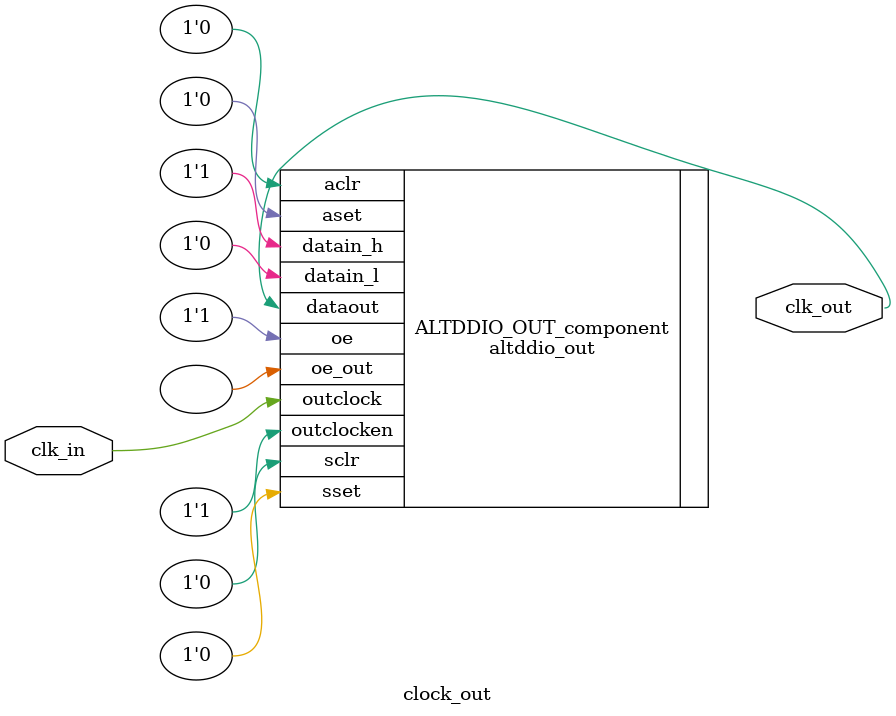
<source format=v>
module clock_out
(
	input clk_in,
	output clk_out
);
`ifdef Xilinx
	ODDR2 #(
		.DDR_ALIGNMENT("NONE"), // Sets output alignment to "NONE", "C0" or "C1" 
		.INIT(1'b0),    // Sets initial state of the Q output to 1'b0 or 1'b1
		.SRTYPE("ASYNC") // Specifies "SYNC" or "ASYNC" set/reset
		) U_ODDR2
	(
		  .Q(clk_out),   // 1-bit DDR output data
		  .C0(clk_in),   // 1-bit clock input
		  .C1(~clk_in),   // 1-bit clock input
		  .CE(1'b1), // 1-bit clock enable input
		  .D0(1'b1), // 1-bit data input (associated with C0)
		  .D1(1'b0), // 1-bit data input (associated with C1)
		  .R(1'b0),   // 1-bit reset input
		  .S(1'b0)    // 1-bit set input
	);
`else
	altddio_out	ALTDDIO_OUT_component (
				.datain_h (1'b1),
				.datain_l (1'b0),
				.outclock (clk_in),
				.dataout (clk_out),
				.aclr (1'b0),
				.aset (1'b0),
				.oe (1'b1),
				.oe_out (),
				.outclocken (1'b1),
				.sclr (1'b0),
				.sset (1'b0));
	defparam
		ALTDDIO_OUT_component.extend_oe_disable = "OFF",
		ALTDDIO_OUT_component.intended_device_family = "Cyclone III",
		ALTDDIO_OUT_component.invert_output = "OFF",
		ALTDDIO_OUT_component.lpm_hint = "UNUSED",
		ALTDDIO_OUT_component.lpm_type = "altddio_out",
		ALTDDIO_OUT_component.oe_reg = "UNREGISTERED",
		ALTDDIO_OUT_component.power_up_high = "OFF",
		ALTDDIO_OUT_component.width = 1;
`endif
endmodule 
</source>
